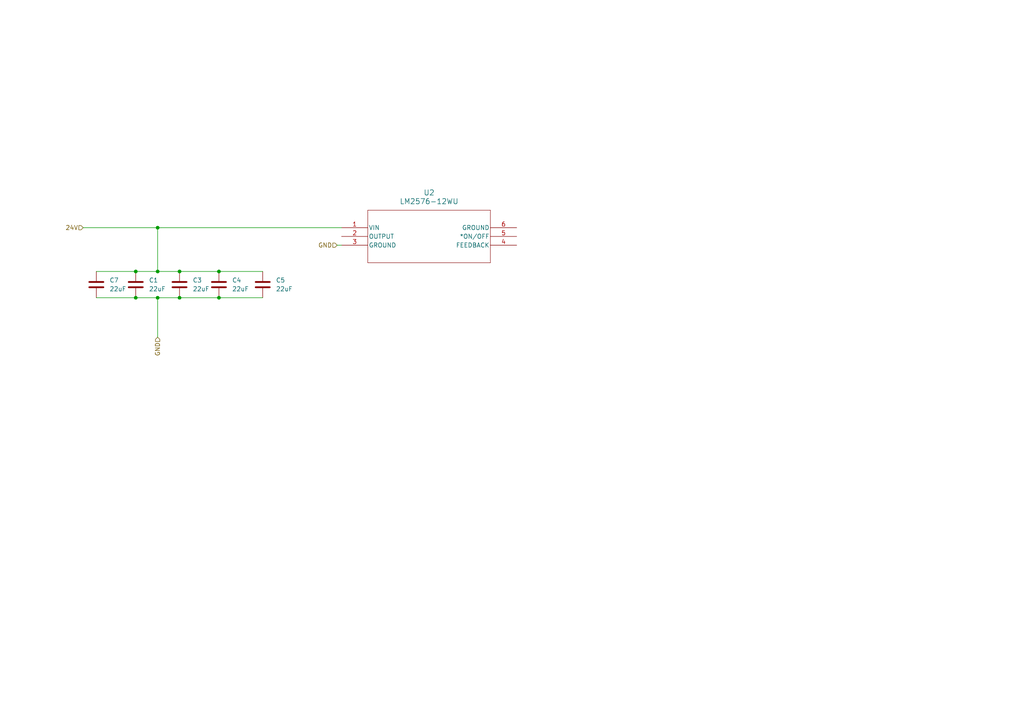
<source format=kicad_sch>
(kicad_sch (version 20231120) (generator "eeschema") (generator_version "8.0")
  (paper "A4")
  (lib_symbols
    (symbol "Device:C" (pin_numbers hide) (pin_names (offset 0.254))
      (property "Reference" "C" (at 0.635 2.54 0))
      (property "Value" "C" (at 0.635 -2.54 0))
      (symbol "C_0_1"
        (polyline (pts (xy -2.032 -0.762) (xy 2.032 -0.762)) (stroke (width 0.508)))
        (polyline (pts (xy -2.032 0.762) (xy 2.032 0.762)) (stroke (width 0.508)))
      )
      (symbol "C_1_1"
        (pin passive line (at 0 3.81 270) (length 2.794) (name "~") (number "1"))
        (pin passive line (at 0 -3.81 90) (length 2.794) (name "~") (number "2"))
      )
    )
    (symbol "LM2576-12WU:LM2576-12WU" (pin_names (offset 0.254))
      (property "Reference" "U" (at 25.4 10.16 0))
      (property "Value" "LM2576-12WU" (at 25.4 7.62 0))
      (symbol "LM2576-12WU_1_1"
        (polyline (pts (xy 7.62 -10.16) (xy 43.18 -10.16)) (stroke (width 0.127)))
        (polyline (pts (xy 7.62 5.08) (xy 7.62 -10.16)) (stroke (width 0.127)))
        (polyline (pts (xy 43.18 -10.16) (xy 43.18 5.08)) (stroke (width 0.127)))
        (polyline (pts (xy 43.18 5.08) (xy 7.62 5.08)) (stroke (width 0.127)))
        (pin power_in line (at 0 0 0) (length 7.62) (name "VIN") (number "1"))
        (pin output line (at 0 -2.54 0) (length 7.62) (name "OUTPUT") (number "2"))
        (pin power_out line (at 0 -5.08 0) (length 7.62) (name "GROUND") (number "3"))
        (pin input line (at 50.8 -5.08 180) (length 7.62) (name "FEEDBACK") (number "4"))
        (pin unspecified line (at 50.8 -2.54 180) (length 7.62) (name "*ON/OFF") (number "5"))
        (pin power_out line (at 50.8 0 180) (length 7.62) (name "GROUND") (number "6"))
      )
    )
  )
  (junction (at 39.37 78.74))
  (junction (at 39.37 86.36))
  (junction (at 45.72 66.04))
  (junction (at 63.5 86.36))
  (junction (at 45.72 86.36))
  (junction (at 52.07 78.74))
  (junction (at 63.5 78.74))
  (junction (at 45.72 78.74))
  (junction (at 52.07 86.36))
  (wire (pts (xy 27.94 78.74) (xy 39.37 78.74)))
  (wire (pts (xy 52.07 86.36) (xy 63.5 86.36)))
  (wire (pts (xy 39.37 86.36) (xy 45.72 86.36)))
  (wire (pts (xy 63.5 78.74) (xy 76.2 78.74)))
  (wire (pts (xy 39.37 78.74) (xy 45.72 78.74)))
  (wire (pts (xy 45.72 86.36) (xy 45.72 97.79)))
  (wire (pts (xy 52.07 78.74) (xy 63.5 78.74)))
  (wire (pts (xy 27.94 86.36) (xy 39.37 86.36)))
  (wire (pts (xy 45.72 66.04) (xy 45.72 78.74)))
  (wire (pts (xy 97.79 71.12) (xy 99.06 71.12)))
  (wire (pts (xy 24.13 66.04) (xy 45.72 66.04)))
  (wire (pts (xy 45.72 86.36) (xy 52.07 86.36)))
  (wire (pts (xy 45.72 66.04) (xy 99.06 66.04)))
  (wire (pts (xy 45.72 78.74) (xy 52.07 78.74)))
  (wire (pts (xy 63.5 86.36) (xy 76.2 86.36)))
  (hierarchical_label "24V" (shape input) (at 24.13 66.04 180))
  (hierarchical_label "GND" (shape input) (at 45.72 97.79 270))
  (hierarchical_label "GND" (shape input) (at 97.79 71.12 180))
  (symbol (lib_id "Device:C") (at 27.94 82.55 0) (unit 1)
    (property "Reference" "C7" (at 31.75 81.2799 0) (effects (justify left)))
    (property "Value" "22uF" (at 31.75 83.8199 0) (effects (justify left)))
    (property "Footprint" "Capacitor_SMD:C_1210_3225Metric" (effects (hide yes)))
    (property "Description" "Unpolarized capacitor" (effects (hide yes)))
  )
  (symbol (lib_id "LM2576-12WU:LM2576-12WU") (at 99.06 66.04 0) (unit 1)
    (property "Reference" "U2" (at 124.46 55.88 0) (effects (font (size 1.524 1.524))))
    (property "Value" "LM2576-12WU" (at 124.46 58.42 0) (effects (font (size 1.524 1.524))))
    (property "Footprint" "TO-263-5_U_MCH" (effects (hide yes)))
    (property "Datasheet" "LM2576-12WU" (effects (hide yes)))
  )
  (symbol (lib_id "Device:C") (at 39.37 82.55 0) (unit 1)
    (property "Reference" "C1" (at 43.18 81.2799 0) (effects (justify left)))
    (property "Value" "22uF" (at 43.18 83.8199 0) (effects (justify left)))
    (property "Footprint" "Capacitor_SMD:C_1210_3225Metric" (effects (hide yes)))
    (property "Description" "Unpolarized capacitor" (effects (hide yes)))
  )
  (symbol (lib_id "Device:C") (at 63.5 82.55 0) (unit 1)
    (property "Reference" "C4" (at 67.31 81.2799 0) (effects (justify left)))
    (property "Value" "22uF" (at 67.31 83.8199 0) (effects (justify left)))
    (property "Footprint" "Capacitor_SMD:C_1210_3225Metric" (effects (hide yes)))
    (property "Description" "Unpolarized capacitor" (effects (hide yes)))
  )
  (symbol (lib_id "Device:C") (at 52.07 82.55 0) (unit 1)
    (property "Reference" "C3" (at 55.88 81.2799 0) (effects (justify left)))
    (property "Value" "22uF" (at 55.88 83.8199 0) (effects (justify left)))
    (property "Footprint" "Capacitor_SMD:C_1210_3225Metric" (effects (hide yes)))
    (property "Description" "Unpolarized capacitor" (effects (hide yes)))
  )
  (symbol (lib_id "Device:C") (at 76.2 82.55 0) (unit 1)
    (property "Reference" "C5" (at 80.01 81.2799 0) (effects (justify left)))
    (property "Value" "22uF" (at 80.01 83.8199 0) (effects (justify left)))
    (property "Footprint" "Capacitor_SMD:C_1210_3225Metric" (effects (hide yes)))
    (property "Description" "Unpolarized capacitor" (effects (hide yes)))
  )
)
</source>
